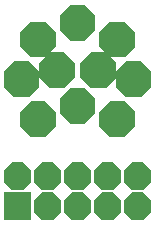
<source format=gbr>
%FSLAX34Y34*%
%MOMM*%
%LNSOLDERMASK_BOTTOM*%
G71*
G01*
%ADD10C,2.540*%
%LPD*%
G36*
X124741Y-30725D02*
X115966Y-39500D01*
X103516Y-39500D01*
X94741Y-30725D01*
X94741Y-18275D01*
X103516Y-9500D01*
X115966Y-9500D01*
X124741Y-18275D01*
X124741Y-30725D01*
G37*
G36*
X91162Y-32208D02*
X91162Y-44617D01*
X82358Y-53421D01*
X69949Y-53421D01*
X61145Y-44617D01*
X61145Y-32208D01*
X69949Y-23404D01*
X82358Y-23404D01*
X91162Y-32208D01*
G37*
G36*
X68466Y-57000D02*
X77241Y-65775D01*
X77241Y-78225D01*
X68466Y-87000D01*
X56016Y-87000D01*
X47241Y-78225D01*
X47241Y-65775D01*
X56016Y-57000D01*
X68466Y-57000D01*
G37*
G36*
X69949Y-90579D02*
X82358Y-90579D01*
X91162Y-99383D01*
X91162Y-111792D01*
X82358Y-120596D01*
X69949Y-120596D01*
X61145Y-111792D01*
X61145Y-99383D01*
X69949Y-90579D01*
G37*
G36*
X128320Y-111792D02*
X128320Y-99383D01*
X137124Y-90579D01*
X149533Y-90579D01*
X158337Y-99383D01*
X158337Y-111792D01*
X149533Y-120596D01*
X137124Y-120596D01*
X128320Y-111792D01*
G37*
G36*
X151016Y-87000D02*
X142241Y-78225D01*
X142241Y-65775D01*
X151016Y-57000D01*
X163466Y-57000D01*
X172241Y-65775D01*
X172241Y-78225D01*
X163466Y-87000D01*
X151016Y-87000D01*
G37*
G36*
X149533Y-53421D02*
X137124Y-53421D01*
X128320Y-44617D01*
X128320Y-32208D01*
X137124Y-23404D01*
X149533Y-23404D01*
X158337Y-32208D01*
X158337Y-44617D01*
X149533Y-53421D01*
G37*
G36*
X112233Y-70572D02*
X112233Y-58162D01*
X121036Y-49359D01*
X133446Y-49359D01*
X142249Y-58162D01*
X142249Y-70572D01*
X133446Y-79375D01*
X121036Y-79375D01*
X112233Y-70572D01*
G37*
G36*
X77233Y-70572D02*
X77233Y-58162D01*
X86036Y-49359D01*
X98446Y-49359D01*
X107249Y-58162D01*
X107249Y-70572D01*
X98446Y-79375D01*
X86036Y-79375D01*
X77233Y-70572D01*
G37*
G36*
X94733Y-100883D02*
X94733Y-88473D01*
X103536Y-79670D01*
X115946Y-79670D01*
X124749Y-88473D01*
X124749Y-100883D01*
X115946Y-109686D01*
X103536Y-109686D01*
X94733Y-100883D01*
G37*
G36*
X165373Y-142500D02*
X172100Y-149227D01*
X172100Y-158773D01*
X165373Y-165500D01*
X155827Y-165500D01*
X149100Y-158773D01*
X149100Y-149227D01*
X155827Y-142500D01*
X165373Y-142500D01*
G37*
G36*
X165373Y-167900D02*
X172100Y-174627D01*
X172100Y-184173D01*
X165373Y-190900D01*
X155827Y-190900D01*
X149100Y-184173D01*
X149100Y-174627D01*
X155827Y-167900D01*
X165373Y-167900D01*
G37*
G36*
X139973Y-142500D02*
X146700Y-149227D01*
X146700Y-158773D01*
X139973Y-165500D01*
X130427Y-165500D01*
X123700Y-158773D01*
X123700Y-149227D01*
X130427Y-142500D01*
X139973Y-142500D01*
G37*
G36*
X139973Y-167900D02*
X146700Y-174627D01*
X146700Y-184173D01*
X139973Y-190900D01*
X130427Y-190900D01*
X123700Y-184173D01*
X123700Y-174627D01*
X130427Y-167900D01*
X139973Y-167900D01*
G37*
G36*
X114573Y-142500D02*
X121300Y-149227D01*
X121300Y-158773D01*
X114573Y-165500D01*
X105027Y-165500D01*
X98300Y-158773D01*
X98300Y-149227D01*
X105027Y-142500D01*
X114573Y-142500D01*
G37*
G36*
X114573Y-167900D02*
X121300Y-174627D01*
X121300Y-184173D01*
X114573Y-190900D01*
X105027Y-190900D01*
X98300Y-184173D01*
X98300Y-174627D01*
X105027Y-167900D01*
X114573Y-167900D01*
G37*
G36*
X89173Y-142500D02*
X95900Y-149227D01*
X95900Y-158773D01*
X89173Y-165500D01*
X79627Y-165500D01*
X72900Y-158773D01*
X72900Y-149227D01*
X79627Y-142500D01*
X89173Y-142500D01*
G37*
G36*
X89173Y-167900D02*
X95900Y-174627D01*
X95900Y-184173D01*
X89173Y-190900D01*
X79627Y-190900D01*
X72900Y-184173D01*
X72900Y-174627D01*
X79627Y-167900D01*
X89173Y-167900D01*
G37*
G36*
X63773Y-142500D02*
X70500Y-149227D01*
X70500Y-158773D01*
X63773Y-165500D01*
X54227Y-165500D01*
X47500Y-158773D01*
X47500Y-149227D01*
X54227Y-142500D01*
X63773Y-142500D01*
G37*
G36*
X70500Y-167900D02*
X70500Y-190900D01*
X47500Y-190900D01*
X47500Y-167900D01*
X70500Y-167900D01*
G37*
M02*

</source>
